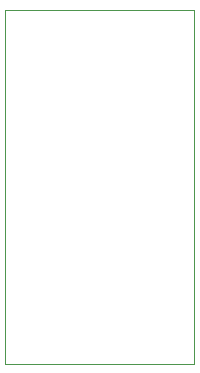
<source format=gbr>
G04 #@! TF.GenerationSoftware,KiCad,Pcbnew,(5.1.2)-2*
G04 #@! TF.CreationDate,2020-01-05T09:35:50+00:00*
G04 #@! TF.ProjectId,PlutoPTT,506c7574-6f50-4545-942e-6b696361645f,rev?*
G04 #@! TF.SameCoordinates,Original*
G04 #@! TF.FileFunction,Profile,NP*
%FSLAX46Y46*%
G04 Gerber Fmt 4.6, Leading zero omitted, Abs format (unit mm)*
G04 Created by KiCad (PCBNEW (5.1.2)-2) date 2020-01-05 09:35:50*
%MOMM*%
%LPD*%
G04 APERTURE LIST*
%ADD10C,0.100000*%
G04 APERTURE END LIST*
D10*
X80264000Y-40767000D02*
X64262000Y-40767000D01*
X80264000Y-70739000D02*
X80264000Y-40767000D01*
X64262000Y-70739000D02*
X80264000Y-70739000D01*
X64262000Y-40767000D02*
X64262000Y-70739000D01*
M02*

</source>
